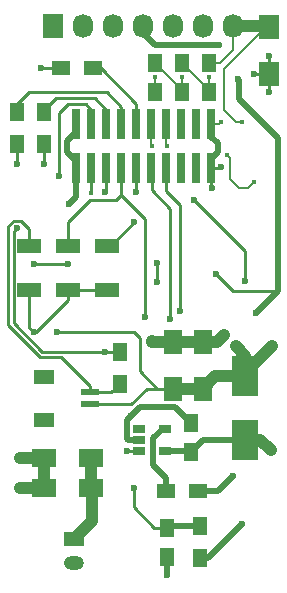
<source format=gtl>
G04 #@! TF.FileFunction,Copper,L1,Top,Signal*
%FSLAX46Y46*%
G04 Gerber Fmt 4.6, Leading zero omitted, Abs format (unit mm)*
G04 Created by KiCad (PCBNEW 4.0.4-stable) date 01/25/17 01:32:59*
%MOMM*%
%LPD*%
G01*
G04 APERTURE LIST*
%ADD10C,0.100000*%
%ADD11R,1.250000X1.500000*%
%ADD12R,1.600000X2.000000*%
%ADD13R,2.000000X1.600000*%
%ADD14R,1.550000X0.600000*%
%ADD15R,1.800000X1.200000*%
%ADD16R,1.727200X2.032000*%
%ADD17O,1.727200X2.032000*%
%ADD18R,1.700000X1.200000*%
%ADD19O,1.700000X1.200000*%
%ADD20R,1.300000X1.500000*%
%ADD21R,1.700000X2.000000*%
%ADD22R,1.500000X1.300000*%
%ADD23R,1.060000X0.650000*%
%ADD24R,2.000000X1.250000*%
%ADD25R,2.300000X3.500000*%
%ADD26R,0.740000X2.550000*%
%ADD27C,0.600000*%
%ADD28C,0.400000*%
%ADD29C,0.450000*%
%ADD30C,1.000000*%
%ADD31C,0.250000*%
%ADD32C,0.500000*%
%ADD33C,0.150000*%
G04 APERTURE END LIST*
D10*
D11*
X91440000Y-40112000D03*
X91440000Y-37612000D03*
X93726000Y-40112000D03*
X93726000Y-37612000D03*
X96012000Y-40112000D03*
X96012000Y-37612000D03*
X94488000Y-68092000D03*
X94488000Y-70592000D03*
D12*
X95504000Y-65246000D03*
X95504000Y-61246000D03*
D11*
X92456000Y-76982000D03*
X92456000Y-79482000D03*
D12*
X92964000Y-65246000D03*
X92964000Y-61246000D03*
D13*
X86074000Y-73660000D03*
X82074000Y-73660000D03*
X86074000Y-71120000D03*
X82074000Y-71120000D03*
D14*
X85948000Y-65540000D03*
X85948000Y-66540000D03*
D15*
X82073000Y-64240000D03*
X82073000Y-67840000D03*
D16*
X82804000Y-34544000D03*
D17*
X85344000Y-34544000D03*
X87884000Y-34544000D03*
X90424000Y-34544000D03*
X92964000Y-34544000D03*
X95504000Y-34544000D03*
X98044000Y-34544000D03*
D18*
X84582000Y-77978000D03*
D19*
X84582000Y-79978000D03*
D20*
X88519000Y-62086500D03*
X88519000Y-64786500D03*
D21*
X101092000Y-38576000D03*
X101092000Y-34576000D03*
D20*
X82042000Y-41830000D03*
X82042000Y-44530000D03*
X79756000Y-41830000D03*
X79756000Y-44530000D03*
D22*
X95076000Y-73914000D03*
X92376000Y-73914000D03*
X86186000Y-38100000D03*
X83486000Y-38100000D03*
D20*
X95250000Y-79582000D03*
X95250000Y-76882000D03*
D23*
X90116480Y-68640920D03*
X90116480Y-69590920D03*
X90116480Y-70540920D03*
X92316480Y-70540920D03*
X92316480Y-68640920D03*
D24*
X80835500Y-56866000D03*
X80835500Y-53116000D03*
X84137500Y-56866000D03*
X84137500Y-53116000D03*
X87439500Y-56866000D03*
X87439500Y-53116000D03*
D25*
X99110800Y-64152800D03*
X99110800Y-69552800D03*
D26*
X84785000Y-46579000D03*
X84785000Y-42829000D03*
X86055000Y-46579000D03*
X86055000Y-42829000D03*
X87325000Y-46579000D03*
X87325000Y-42829000D03*
X88595000Y-46579000D03*
X88595000Y-42829000D03*
X89865000Y-46579000D03*
X89865000Y-42829000D03*
X91135000Y-46579000D03*
X91135000Y-42829000D03*
X92405000Y-46579000D03*
X92405000Y-42829000D03*
X93675000Y-46579000D03*
X93675000Y-42829000D03*
X94945000Y-46579000D03*
X94945000Y-42829000D03*
X96215000Y-46579000D03*
X96215000Y-42829000D03*
D27*
X101346000Y-61620400D03*
X98298000Y-61620400D03*
X83159600Y-60452000D03*
X96647000Y-55499000D03*
X100012500Y-58801000D03*
X98488500Y-38989000D03*
X96901000Y-36131500D03*
X101257100Y-70408800D03*
D28*
X97028000Y-42672000D03*
D27*
X99822000Y-38608000D03*
X101092000Y-37084000D03*
X101092000Y-40132000D03*
X92456000Y-81026000D03*
X97282000Y-60706000D03*
X91186000Y-61214000D03*
X80010000Y-73660000D03*
X80010000Y-71120000D03*
X97028000Y-46482000D03*
X96266000Y-48260000D03*
X84201000Y-49593500D03*
X84137500Y-54673500D03*
X81216500Y-54673500D03*
D28*
X91440000Y-38862000D03*
X93726000Y-38862000D03*
X96012000Y-38862000D03*
D29*
X98806000Y-42672000D03*
D27*
X89408000Y-67564000D03*
X90995500Y-66738500D03*
X90614500Y-59118500D03*
X89662000Y-73596500D03*
X92773500Y-59309000D03*
X91627960Y-56194960D03*
X91627960Y-54579520D03*
D28*
X86042500Y-48641000D03*
D27*
X87223600Y-62077600D03*
X79806800Y-51612800D03*
X87249000Y-48577500D03*
X89852500Y-48577500D03*
X89725500Y-51117500D03*
X83375500Y-47180500D03*
X94742000Y-49276000D03*
X99060000Y-56134000D03*
D28*
X91186000Y-44704000D03*
D27*
X89072720Y-70520560D03*
X93599000Y-58674000D03*
D28*
X92456000Y-44704000D03*
X97536000Y-45466000D03*
X99822000Y-47752000D03*
D27*
X82042000Y-46228000D03*
X79756000Y-46228000D03*
X98044000Y-72644000D03*
X98806000Y-76708000D03*
X81788000Y-38100000D03*
X81216500Y-60452000D03*
D30*
X99110800Y-64152800D02*
X99110800Y-63855600D01*
X99110800Y-63855600D02*
X101346000Y-61620400D01*
X99110800Y-64152800D02*
X99110800Y-62433200D01*
X99110800Y-62433200D02*
X98298000Y-61620400D01*
X99110800Y-64152800D02*
X96597200Y-64152800D01*
X96597200Y-64152800D02*
X95504000Y-65246000D01*
D31*
X89662000Y-60452000D02*
X83159600Y-60452000D01*
X85948000Y-66540000D02*
X89479500Y-66540000D01*
X90773500Y-65246000D02*
X92964000Y-65246000D01*
X89479500Y-66540000D02*
X90773500Y-65246000D01*
X91662000Y-65246000D02*
X90170000Y-63754000D01*
X90170000Y-63754000D02*
X90170000Y-60960000D01*
X90170000Y-60960000D02*
X89662000Y-60452000D01*
X92964000Y-65246000D02*
X91662000Y-65246000D01*
X92964000Y-65246000D02*
X92170000Y-65246000D01*
X101854000Y-56959500D02*
X98107500Y-56959500D01*
X98107500Y-56959500D02*
X96647000Y-55499000D01*
D32*
X90424000Y-34544000D02*
X90424000Y-35115500D01*
X90424000Y-35115500D02*
X91440000Y-36131500D01*
X101854000Y-56959500D02*
X100012500Y-58801000D01*
X101854000Y-44005500D02*
X101854000Y-56959500D01*
X98552000Y-40703500D02*
X101854000Y-44005500D01*
X98552000Y-39052500D02*
X98552000Y-40703500D01*
X98488500Y-38989000D02*
X98552000Y-39052500D01*
X91440000Y-36131500D02*
X96901000Y-36131500D01*
D30*
X95504000Y-65246000D02*
X92964000Y-65246000D01*
X95536000Y-65278000D02*
X95504000Y-65246000D01*
D32*
X92316480Y-70540920D02*
X94436920Y-70540920D01*
X94436920Y-70540920D02*
X94488000Y-70592000D01*
D30*
X99110800Y-69552800D02*
X100401100Y-69552800D01*
X100401100Y-69552800D02*
X101257100Y-70408800D01*
D32*
X99110800Y-69552800D02*
X95527200Y-69552800D01*
X95527200Y-69552800D02*
X94488000Y-70592000D01*
X96215000Y-46579000D02*
X96215000Y-45771000D01*
X96215000Y-45771000D02*
X96774000Y-45212000D01*
X96774000Y-44450000D02*
X96215000Y-43891000D01*
X96774000Y-45212000D02*
X96774000Y-44450000D01*
X96215000Y-43891000D02*
X96215000Y-42829000D01*
D33*
X96871000Y-42829000D02*
X96215000Y-42829000D01*
X97028000Y-42672000D02*
X96871000Y-42829000D01*
D31*
X101092000Y-38576000D02*
X99854000Y-38576000D01*
X99854000Y-38576000D02*
X99822000Y-38608000D01*
X101092000Y-38576000D02*
X101092000Y-37084000D01*
X101092000Y-38576000D02*
X101092000Y-40132000D01*
D32*
X92456000Y-79482000D02*
X92456000Y-81026000D01*
D30*
X95504000Y-61246000D02*
X96742000Y-61246000D01*
X96742000Y-61246000D02*
X97282000Y-60706000D01*
X92964000Y-61246000D02*
X91218000Y-61246000D01*
X91218000Y-61246000D02*
X91186000Y-61214000D01*
X92964000Y-61246000D02*
X95504000Y-61246000D01*
X82074000Y-73660000D02*
X80010000Y-73660000D01*
X82074000Y-71120000D02*
X80010000Y-71120000D01*
X82074000Y-71120000D02*
X82074000Y-73660000D01*
D31*
X96215000Y-46579000D02*
X96931000Y-46579000D01*
X96931000Y-46579000D02*
X97028000Y-46482000D01*
X96215000Y-46579000D02*
X96215000Y-48209000D01*
X96215000Y-48209000D02*
X96266000Y-48260000D01*
D32*
X84785000Y-46579000D02*
X84785000Y-49009500D01*
X84785000Y-49009500D02*
X84201000Y-49593500D01*
X84785000Y-46579000D02*
X84785000Y-45923000D01*
X84785000Y-45923000D02*
X84010500Y-45148500D01*
X84010500Y-45148500D02*
X84010500Y-44259500D01*
X84010500Y-44259500D02*
X84785000Y-43485000D01*
X84785000Y-43485000D02*
X84785000Y-42829000D01*
D31*
X81216500Y-54673500D02*
X84137500Y-54673500D01*
D33*
X91440000Y-38862000D02*
X91440000Y-40112000D01*
X93726000Y-40112000D02*
X93726000Y-39898000D01*
X93726000Y-39898000D02*
X91440000Y-37612000D01*
X93726000Y-40112000D02*
X93726000Y-38862000D01*
X96012000Y-40112000D02*
X96012000Y-38862000D01*
X96012000Y-40112000D02*
X96012000Y-39898000D01*
X96012000Y-39898000D02*
X93726000Y-37612000D01*
X98806000Y-42672000D02*
X98298000Y-42672000D01*
X97282000Y-38163500D02*
X100869500Y-34576000D01*
X97282000Y-41656000D02*
X97282000Y-38163500D01*
X98298000Y-42672000D02*
X97282000Y-41656000D01*
X100869500Y-34576000D02*
X101092000Y-34576000D01*
X101092000Y-35052000D02*
X101092000Y-34576000D01*
X96012000Y-37612000D02*
X97008000Y-37612000D01*
X98044000Y-36576000D02*
X98044000Y-34544000D01*
X97008000Y-37612000D02*
X98044000Y-36576000D01*
X100806000Y-34576000D02*
X101092000Y-34576000D01*
D30*
X98044000Y-34544000D02*
X101060000Y-34544000D01*
X101060000Y-34544000D02*
X101092000Y-34576000D01*
D32*
X89408000Y-67564000D02*
X89108001Y-67863999D01*
X89108001Y-67863999D02*
X89108001Y-69443321D01*
X89108001Y-69443321D02*
X89255600Y-69590920D01*
X89255600Y-69590920D02*
X90116480Y-69590920D01*
X90995500Y-66738500D02*
X90233500Y-66738500D01*
X90233500Y-66738500D02*
X89408000Y-67564000D01*
X94488000Y-68092000D02*
X93134500Y-66738500D01*
X93134500Y-66738500D02*
X90995500Y-66738500D01*
D31*
X84137500Y-52090320D02*
X84137500Y-53116000D01*
D30*
X86074000Y-73660000D02*
X86074000Y-71120000D01*
X84582000Y-77978000D02*
X86106000Y-76454000D01*
X86106000Y-76454000D02*
X86106000Y-73692000D01*
X86106000Y-73692000D02*
X86074000Y-73660000D01*
D31*
X84137500Y-52090320D02*
X84137500Y-51117500D01*
X84137500Y-51117500D02*
X85979000Y-49276000D01*
X85979000Y-49276000D02*
X88163000Y-49276000D01*
X88163000Y-49276000D02*
X88595000Y-48844000D01*
X90614500Y-50863500D02*
X88595000Y-48844000D01*
X90614500Y-59118500D02*
X90614500Y-50863500D01*
X88595000Y-48844000D02*
X88595000Y-46579000D01*
X92456000Y-76982000D02*
X91396500Y-76982000D01*
X91396500Y-76982000D02*
X89662000Y-75247500D01*
D32*
X95250000Y-76882000D02*
X92556000Y-76882000D01*
X92556000Y-76882000D02*
X92456000Y-76982000D01*
D31*
X89662000Y-75247500D02*
X89662000Y-73596500D01*
X91186000Y-48387000D02*
X91186000Y-46630000D01*
X92773500Y-49974500D02*
X91186000Y-48387000D01*
X92773500Y-59309000D02*
X92773500Y-49974500D01*
X91186000Y-46630000D02*
X91135000Y-46579000D01*
X91627960Y-54579520D02*
X91627960Y-56194960D01*
X86042500Y-48641000D02*
X86055000Y-48628500D01*
X86055000Y-48628500D02*
X86055000Y-46579000D01*
X87223600Y-62077600D02*
X88510100Y-62077600D01*
X88510100Y-62077600D02*
X88519000Y-62086500D01*
X88519000Y-62086500D02*
X81939000Y-62086500D01*
X81939000Y-62086500D02*
X81932499Y-62093001D01*
X79806800Y-51612800D02*
X79506801Y-51912799D01*
X79506801Y-51912799D02*
X79506801Y-51930803D01*
X79506801Y-51930803D02*
X79510499Y-51934501D01*
X81932499Y-62093001D02*
X79510499Y-59671001D01*
X79510499Y-59671001D02*
X79510499Y-51934501D01*
X87249000Y-48577500D02*
X87325000Y-48501500D01*
X87325000Y-48501500D02*
X87325000Y-46579000D01*
X89725500Y-51117500D02*
X87727000Y-53116000D01*
X87727000Y-53116000D02*
X87439500Y-53116000D01*
X89865000Y-48565000D02*
X89865000Y-46579000D01*
X89852500Y-48577500D02*
X89865000Y-48565000D01*
X86055000Y-42829000D02*
X86055000Y-41605000D01*
X86055000Y-41605000D02*
X85598000Y-41148000D01*
X85598000Y-41148000D02*
X84074000Y-41148000D01*
X84074000Y-41148000D02*
X83375500Y-41846500D01*
X83375500Y-41846500D02*
X83375500Y-47180500D01*
X94742000Y-49276000D02*
X99060000Y-53594000D01*
X99060000Y-53594000D02*
X99060000Y-56134000D01*
X86360000Y-40640000D02*
X87325000Y-41605000D01*
X87325000Y-41605000D02*
X87325000Y-42829000D01*
X83058000Y-40640000D02*
X86360000Y-40640000D01*
X82042000Y-41830000D02*
X82042000Y-41656000D01*
X82042000Y-41656000D02*
X83058000Y-40640000D01*
X88595000Y-41351000D02*
X88595000Y-42829000D01*
X87376000Y-40132000D02*
X88595000Y-41351000D01*
X80772000Y-40132000D02*
X87376000Y-40132000D01*
X79756000Y-41830000D02*
X79756000Y-41148000D01*
X79756000Y-41148000D02*
X80772000Y-40132000D01*
X89865000Y-41097000D02*
X89865000Y-42829000D01*
X86186000Y-38100000D02*
X86868000Y-38100000D01*
X86868000Y-38100000D02*
X89865000Y-41097000D01*
D33*
X91135000Y-42829000D02*
X91135000Y-44653000D01*
X91135000Y-44653000D02*
X91186000Y-44704000D01*
X91135000Y-42829000D02*
X91135000Y-43993000D01*
D31*
X89072720Y-70520560D02*
X90096120Y-70520560D01*
X90096120Y-70520560D02*
X90116480Y-70540920D01*
X92392500Y-48450500D02*
X92392500Y-46591500D01*
X93599000Y-49657000D02*
X92392500Y-48450500D01*
X93599000Y-58674000D02*
X93599000Y-49657000D01*
X92392500Y-46591500D02*
X92405000Y-46579000D01*
D33*
X92405000Y-42829000D02*
X92405000Y-44653000D01*
X92405000Y-44653000D02*
X92456000Y-44704000D01*
X99314000Y-48260000D02*
X99822000Y-47752000D01*
X98552000Y-48260000D02*
X99314000Y-48260000D01*
X97790000Y-47498000D02*
X98552000Y-48260000D01*
X97790000Y-45720000D02*
X97790000Y-47498000D01*
X97536000Y-45466000D02*
X97790000Y-45720000D01*
D31*
X82042000Y-46228000D02*
X82042000Y-44530000D01*
X79756000Y-46228000D02*
X79756000Y-44530000D01*
D32*
X95076000Y-73914000D02*
X96774000Y-73914000D01*
X96774000Y-73914000D02*
X98044000Y-72644000D01*
X95250000Y-79582000D02*
X95932000Y-79582000D01*
X95932000Y-79582000D02*
X98806000Y-76708000D01*
D31*
X81788000Y-38100000D02*
X83486000Y-38100000D01*
D32*
X92316480Y-68640920D02*
X92111480Y-68640920D01*
X92111480Y-68640920D02*
X91336479Y-69415921D01*
X91336479Y-69415921D02*
X91336479Y-71724479D01*
X91336479Y-71724479D02*
X92376000Y-72764000D01*
X92376000Y-72764000D02*
X92376000Y-73914000D01*
D31*
X80835500Y-56866000D02*
X80835500Y-60071000D01*
X80835500Y-60071000D02*
X81216500Y-60452000D01*
X87439500Y-56866000D02*
X86189500Y-56866000D01*
X86189500Y-56866000D02*
X84137500Y-56866000D01*
X84137500Y-56866000D02*
X84137500Y-57741000D01*
X84137500Y-57741000D02*
X81426500Y-60452000D01*
X81426500Y-60452000D02*
X81216500Y-60452000D01*
X85948000Y-65540000D02*
X85948000Y-64990000D01*
X85948000Y-64990000D02*
X83501011Y-62543011D01*
X83501011Y-62543011D02*
X81746098Y-62543010D01*
X81746098Y-62543010D02*
X79056792Y-59853704D01*
X79056792Y-59853704D02*
X79056792Y-51437806D01*
X79056792Y-51437806D02*
X79506799Y-50987799D01*
X79506799Y-50987799D02*
X80106801Y-50987799D01*
X80106801Y-50987799D02*
X80835500Y-51716498D01*
X80835500Y-51716498D02*
X80835500Y-52241000D01*
X80835500Y-52241000D02*
X80835500Y-53116000D01*
X85948000Y-65540000D02*
X87765500Y-65540000D01*
X87765500Y-65540000D02*
X88519000Y-64786500D01*
M02*

</source>
